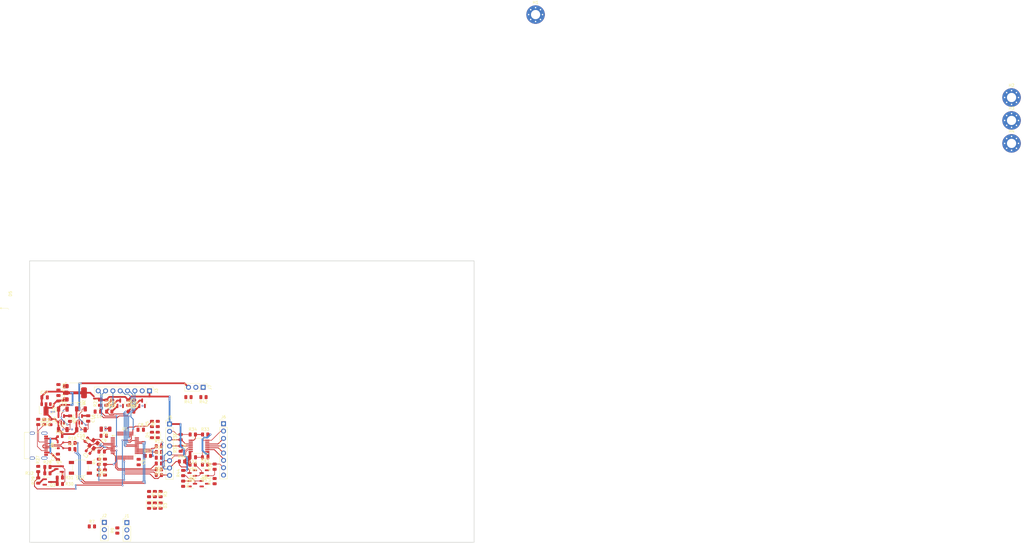
<source format=kicad_pcb>
(kicad_pcb (version 20240108) (generator "pcbnew") (generator_version "8.0")
  (layers (0 "F.Cu" signal) (31 "B.Cu" signal) (34 "B.Paste" user) (35 "F.Paste" user) (36 "B.SilkS" user "B.Silkscreen") (37 "F.SilkS" user "F.Silkscreen") (38 "B.Mask" user) (39 "F.Mask" user) (44 "Edge.Cuts" user))
  (net 0 "")
  (net 1 "+5V")
  (net 2 "GND")
  (net 3 "/Mcu/OSC_IN")
  (net 4 "/UsbAndPower/USB_VBUS")
  (net 5 "+3.3V")
  (net 6 "+1.8V")
  (net 7 "/Mcu/OSC_OUT")
  (net 8 "/Mcu/IF_RESET")
  (net 9 "Net-(D4-A)")
  (net 10 "/UsbAndPower/USB_D-")
  (net 11 "/UsbAndPower/USB_D+")
  (net 14 "Net-(J4-CC2)")
  (net 15 "Net-(J4-CC1)")
  (net 16 "Net-(U3-BP)")
  (net 17 "Net-(U4-BP)")
  (net 18 "Net-(Q4-G)")
  (net 19 "Net-(Q4-D)")
  (net 20 "+1.8V_LDO")
  (net 21 "/UsbAndPower/USB_CONNECT")
  (net 22 "Net-(D1-K)")
  (net 23 "Net-(D2-K)")
  (net 24 "Net-(D3-K)")
  (net 25 "/DebugAndUart/TARGET_SWDIO")
  (net 26 "/DebugAndUart/TARGET_1v8_SWDIO")
  (net 27 "Net-(D5-A)")
  (net 28 "/DebugAndUart/TARGET_1v8_SWCLK")
  (net 29 "/DebugAndUart/TARGET_1v8_RXD")
  (net 30 "/DebugAndUart/TARGET_RXD")
  (net 31 "/DebugAndUart/TARGET_TXD")
  (net 32 "Net-(D6-A)")
  (net 33 "/DebugAndUart/TARGET_SWCLK")
  (net 34 "/DebugAndUart/TARGET_1v8_TXD")
  (net 35 "Net-(D6-K)")
  (net 36 "/Mcu/IF_RXD")
  (net 37 "Net-(D7-K)")
  (net 38 "Net-(D7-A)")
  (net 39 "+1.8V_Target")
  (net 40 "/Mcu/BOOT1")
  (net 41 "/Mcu/BOOT0")
  (net 42 "Net-(Q1-G)")
  (net 43 "/Mcu/IF_SWDIO")
  (net 44 "Net-(Q2-G)")
  (net 45 "Net-(Q3-G)")
  (net 46 "Net-(Q3-D)")
  (net 47 "Net-(Q5-G)")
  (net 48 "Net-(Q5-D)")
  (net 49 "Net-(Q7-D)")
  (net 50 "Net-(Q7-G)")
  (net 51 "/Mcu/LED_nHID")
  (net 52 "/Mcu/LED_nCDC")
  (net 53 "/Mcu/LED_nMSC")
  (net 54 "/Mcu/LED_CONNECTED")
  (net 55 "/Mcu/IF_SWCLK")
  (net 56 "/Mcu/LED_RUNNING")
  (net 57 "Net-(U1-BOOT0)")
  (net 58 "Net-(U1-PB0)")
  (net 59 "Net-(U1-PB2)")
  (net 60 "Net-(U1-PB13)")
  (net 61 "Net-(U1-PB14)")
  (net 62 "Net-(U1-PB12)")
  (net 63 "/Mcu/IF_SWO")
  (net 64 "Net-(U1-PB15)")
  (net 65 "Net-(U1-PA2)")
  (net 66 "/Mcu/IF_TXD")
  (net 67 "/DebugAndUart/TARGET_1v8_RESET")
  (net 68 "/DebugAndUart/TARGET_1v8_SWO")
  (net 69 "/DebugAndUart/TARGET_SWO")
  (net 70 "/DebugAndUart/TARGET_RESET")
  (net 71 "Net-(U1-PA3)")
  (net 72 "Net-(U1-PA11)")
  (net 73 "Net-(U1-PA12)")
  (net 74 "Net-(U1-PA0)")
  (net 75 "Net-(U6-OE)")
  (footprint "Resistor_SMD:R_0805_2012Metric" (layer "F.Cu") (at 94.5 96.6 180)
    (property "Reference" "R39")
    (property "Value" "10K" (hide yes))
  )
  (footprint "MountingHole:MountingHole_3.2mm_M3_Pad_Via" (layer "F.Cu") (at 213.3 -59.33)
    (property "Reference" "H1")
    (property "Value" "M3-3.2mm")
  )
  (footprint "Resistor_SMD:R_0805_2012Metric" (layer "F.Cu") (at 72.2 75.125 -90)
    (property "Reference" "R22")
    (property "Value" "470R" (hide yes))
  )
  (footprint "Connector_PinHeader_2.54mm:PinHeader_1x08_P2.54mm_Vertical" (layer "F.Cu") (at 79.56 71.025 -90)
    (property "Reference" "J3")
    (property "Value" "Conn_01x08_Pin")
  )
  (footprint "Capacitor_SMD:C_0805_2012Metric" (layer "F.Cu") (at 76.5 84.5)
    (property "Reference" "C8")
    (property "Value" "0.1uF")
  )
  (footprint "Capacitor_SMD:C_0805_2012Metric" (layer "F.Cu") (at 98.8375 94.05 180)
    (property "Reference" "C22")
    (property "Value" "0.1uF")
  )
  (footprint "Resistor_SMD:R_0805_2012Metric" (layer "F.Cu") (at 78.975 93.55)
    (property "Reference" "R12")
    (property "Value" "100R" (hide yes))
  )
  (footprint "Package_SO:TSSOP-14_4.4x5mm_P0.65mm" (layer "F.Cu") (at 96.7 90.1 180)
    (property "Reference" "U6")
    (property "Value" "TXB0104PW")
  )
  (footprint "Package_TO_SOT_SMD:SOT-23-5" (layer "F.Cu") (at 48.9625 80.9125 90)
    (property "Reference" "U4")
    (property "Value" "RT9193-33GB")
  )
  (footprint "Capacitor_SMD:C_1206_3216Metric" (layer "F.Cu") (at 55.8 77.3)
    (property "Reference" "C18")
    (property "Value" "1uF 10V X7R")
  )
  (footprint "Connector_PinHeader_2.54mm:PinHeader_1x03_P2.54mm_Vertical" (layer "F.Cu") (at 63.9 116.595)
    (property "Reference" "J2")
    (property "Value" "Conn_01x03_Pin")
  )
  (footprint "Resistor_SMD:R_0805_2012Metric" (layer "F.Cu") (at 44.175 97.4)
    (property "Reference" "R28")
    (property "Value" "1.5K" (hide yes))
  )
  (footprint "LED_SMD:LED_0805_2012Metric" (layer "F.Cu") (at 83.4 110.8 -90)
    (property "Reference" "D3")
    (property "Value" "MSC")
  )
  (footprint "Connector_USB:USB_C_Receptacle_G-Switch_GT-USB-7010ASV" (layer "F.Cu") (at 40 90 -90)
    (property "Reference" "J4")
    (property "Value" "USB_C_Receptacle_USB2.0_16P")
  )
  (footprint "Capacitor_SMD:C_0805_2012Metric" (layer "F.Cu") (at 62 99.3 -90)
    (property "Reference" "C1")
    (property "Value" "0.1uF")
  )
  (footprint "Connector_PinHeader_2.54mm:PinHeader_1x03_P2.54mm_Vertical" (layer "F.Cu") (at 71.7 116.675)
    (property "Reference" "J1")
    (property "Value" "Conn_01x03_Pin")
  )
  (footprint "Resistor_SMD:R_0805_2012Metric" (layer "F.Cu") (at 102.1 102.3 90)
    (property "Reference" "R45")
    (property "Value" "4.7K" (hide yes))
  )
  (footprint "Package_TO_SOT_SMD:SOT-23" (layer "F.Cu") (at 44.1875 102.6)
    (property "Reference" "Q3")
    (property "Value" "SI2306")
  )
  (footprint "Resistor_SMD:R_0805_2012Metric" (layer "F.Cu") (at 59.5875 117.995)
    (property "Reference" "R7")
    (property "Value" "10k" (hide yes))
  )
  (footprint "Resistor_SMD:R_0805_2012Metric" (layer "F.Cu") (at 82.4 82.5 90)
    (property "Reference" "R6")
    (property "Value" "470R" (hide yes))
  )
  (footprint "Resistor_SMD:R_0805_2012Metric" (layer "F.Cu") (at 48.5 103.3)
    (property "Reference" "R30")
    (property "Value" "4.7k" (hide yes))
  )
  (footprint "Capacitor_SMD:C_0805_2012Metric" (layer "F.Cu") (at 75.8 95.7 -90)
    (property "Reference" "C5")
    (property "Value" "0.1uF")
  )
  (footprint "Resistor_SMD:R_0805_2012Metric" (layer "F.Cu") (at 62.4 75.125 90)
    (property "Reference" "R21")
    (property "Value" "10K" (hide yes))
  )
  (footprint "Resistor_SMD:R_0805_2012Metric" (layer "F.Cu") (at 62 95.6 90)
    (property "Reference" "R4")
    (property "Value" "10K" (hide yes))
  )
  (footprint "Resistor_SMD:R_0805_2012Metric" (layer "F.Cu") (at 65.6 78.225)
    (property "Reference" "R23")
    (property "Value" "100" (hide yes))
  )
  (footprint "Button_Switch_SMD:SW_SPST_SKQG_WithStem" (layer "F.Cu") (at 55.6 97.7 180)
    (property "Reference" "SW1")
    (property "Value" "SKQGAFE010")
  )
  (footprint "Resistor_SMD:R_0805_2012Metric" (layer "F.Cu") (at 90.8 95.5)
    (property "Reference" "R40")
    (property "Value" "10K" (hide yes))
  )
  (footprint "Resistor_SMD:R_0805_2012Metric" (layer "F.Cu") (at 40.9875 102.1 90)
    (property "Reference" "R29")
    (property "Value" "100R" (hide yes))
  )
  (footprint "Resistor_SMD:R_0805_2012Metric" (layer "F.Cu") (at 48.4875 101.1 180)
    (property "Reference" "R31")
    (property "Value" "100R" (hide yes))
  )
  (footprint "Package_TO_SOT_SMD:SOT-23" (layer "F.Cu") (at 69.4 75.325 90)
    (property "Reference" "Q2")
    (property "Value" "SI2306")
  )
  (footprint "Package_TO_SOT_SMD:SOT-23" (layer "F.Cu") (at 98.5625 103.2)
    (property "Reference" "Q8")
    (property "Value" "SI2306")
  )
  (footprint "Resistor_SMD:R_0805_2012Metric" (layer "F.Cu") (at 102.1 97.3 90)
    (property "Reference" "R38")
    (property "Value" "100R" (hide yes))
  )
  (footprint "Package_TO_SOT_SMD:SOT-89-3" (layer "F.Cu") (at 43.7 77.6 -90)
    (property "Reference" "U5")
    (property "Value" "HT75xx-1-SOT89" (hide yes))
  )
  (footprint "Resistor_SMD:R_0805_2012Metric" (layer "F.Cu") (at 98.24 73.2 180)
    (property "Reference" "R42")
    (property "Value" "0R" (hide yes))
  )
  (footprint "Resistor_SMD:R_0805_2012Metric" (layer "F.Cu") (at 82.8 92.2)
    (property "Reference" "R10")
    (property "Value" "22R" (hide yes))
  )
  (footprint "LED_SMD:LED_0805_2012Metric" (layer "F.Cu") (at 80.4 86.3 90)
    (property "Reference" "D4")
    (property "Value" "CONNECTED")
  )
  (footprint "LED_SMD:LED_0805_2012Metric" (layer "F.Cu") (at 74.2 75.125 90)
    (property "Reference" "D6")
    (property "Value" "TX")
  )
  (footprint "Package_TO_SOT_SMD:SOT-143" (layer "F.Cu") (at 48.7 89.9 90)
    (property "Reference" "D8")
    (property "Value" "PRTR5V0U2X")
  )
  (footprint "Capacitor_SMD:C_0805_2012Metric" (layer "F.Cu") (at 47.8 93.9 90)
    (property "Reference" "C11")
    (property "Value" "0.1uF" (hide yes))
  )
  (footprint "Capacitor_SMD:C_0805_2012Metric" (layer "F.Cu") (at 48 73.6 90)
    (property "Reference" "C12")
    (property "Value" "10uF 10V")
  )
  (footprint "Resistor_SMD:R_0805_2012Metric" (layer "F.Cu") (at 52.8 91.2)
    (property "Reference" "R17")
    (property "Value" "22R" (hide yes))
  )
  (footprint "Capacitor_SMD:C_0603_1608Metric" (layer "F.Cu") (at 58.2625 92.25 145)
    (property "Reference" "C3")
    (property "Value" "22pF")
  )
  (footprint "Package_TO_SOT_SMD:SOT-23" (layer "F.Cu") (at 94.3375 99.5 180)
    (property "Reference" "Q6")
    (property "Value" "SI2306")
  )
  (footprint "MountingHole:MountingHole_3.2mm_M3_Pad_Via" (layer "F.Cu") (at 378.2 -14.7)
    (property "Reference" "H4")
    (property "Value" "M3-3.2mm")
  )
  (footprint "LED_SMD:LED_0805_2012Metric" (layer "F.Cu") (at 82.4 86.3 90)
    (property "Reference" "D5")
    (property "Value" "RUNNING")
  )
  (footprint "Resistor_SMD:R_0805_2012Metric" (layer "F.Cu") (at 81.4 106.8 -90)
    (property "Reference" "R2")
    (property "Value" "1.5k" (hide yes))
  )
  (footprint "Connector_PinHeader_2.54mm:PinHeader_1x03_P2.54mm_Vertical" (layer "F.Cu") (at 98.14 69.8 -90)
    (property "Reference" "J7")
    (property "Value" "Conn_01x03_Pin")
  )
  (footprint "Capacitor_SMD:C_0805_2012Metric" (layer "F.Cu") (at 62.9625 92.05 180)
    (property "Reference" "C7")
    (property "Value" "0.1uF")
  )
  (footprint "Resistor_SMD:R_0805_2012Metric" (layer "F.Cu") (at 64.1 95.6 90)
    (property "Reference" "R18")
    (property "Value" "4.7K" (hide yes))
  )
  (footprint "Capacitor_SMD:C_0805_2012Metric" (layer "F.Cu") (at 94.5375 94.05)
    (property "Reference" "C23")
    (property "Value" "0.1uF")
  )
  (footprint "Inductor_SMD:L_0603_1608Metric" (layer "F.Cu") (at 48.5 86.9)
    (property "Reference" "FB1")
    (property "Value" "CBW160808U601T" (hide yes))
  )
  (footprint "Resistor_SMD:R_0805_2012Metric" (layer "F.Cu") (at 93.04 73.2 180)
    (property "Reference" "R41")
    (property "Value" "0R" (hide yes))
  )
  (footprint "Capacitor_SMD:C_0805_2012Metric" (layer "F.Cu") (at 63.7 86.6 180)
    (property "Reference" "C9")
    (property "Value" "0.1uF")
  )
  (footprint "Resistor_SMD:R_0805_2012Metric" (layer "F.Cu") (at 40.9875 98.1 -90)
    (property "Reference" "R27")
    (property "Value" "1.5K" (hide yes))
  )
  (footprint "MountingHole:MountingHole_3.2mm_M3_Pad_Via" (layer "F.Cu") (at 378.2 -22.65)
    (property "Reference" "H3")
    (property "Value" "M3-3.2mm")
  )
  (footprint "Package_TO_SOT_SMD:SOT-23-5" (layer "F.Cu") (at 55.2 80.9 90)
    (property "Reference" "U3")
    (property "Value" "RT9193-18GB")
  )
  (footprint "Resistor_SMD:R_0805_2012Metric" (layer "F.Cu") (at 44.175 99.6)
    (property "Reference" "R32")
    (property "Value" "1.5K" (hide yes))
  )
  (footprint "Resistor_SMD:R_0805_2012Metric" (layer "F.Cu") (at 90.3375 87.05 -90)
    (property "Reference" "R36")
    (property "Value" "100K" (hide yes))
  )
  (footprint "Package_TO_SOT_SMD:SOT-23" (layer "F.Cu") (at 94.3625 103.2)
    (property "Reference" "Q7")
    (property "Value" "SI2306")
  )
  (footprint "Resistor_SMD:R_0805_2012Metric" (layer "F.Cu") (at 79.4 106.8 -90)
    (property "Reference" "R1")
    (property "Value" "1.5k" (hide yes))
  )
  (footprint "Resistor_SMD:R_0805_2012Metric" (layer "F.Cu") (at 98.8375 86.15)
    (property "Reference" "R33")
    (property "Value" "10K" (hide yes))
  )
  (footprint "Capacitor_SMD:C_0805_2012Metric" (layer "F.Cu") (at 58.3 80.6 -90)
    (property "Reference" "C16")
    (property "Value" "22nF")
  )
  (footprint "LED_SMD:LED_0805_2012Metric" (layer "F.Cu") (at 81.4 110.8 -90)
    (property "Reference" "D2")
    (property "Value" "CDC")
  )
  (footprint "Resistor_SMD:R_0805_2012Metric" (layer "F.Cu") (at 83.4 106.8 -90)
    (property "Reference" "R3")
    (property "Value" "1.5k" (hide yes))
  )
  (footprint "Resistor_SMD:R_0805_2012Metric" (layer "F.Cu") (at 68.4 119.415 90)
    (property "Reference" "R9")
    (property "Value" "10k" (hide yes))
  )
  (footprint "LED_SMD:LED_0805_2012Metric" (layer "F.Cu") (at 79.4 110.8 -90)
    (property "Reference" "D1")
    (property "Value" "HID")
  )
  (footprint "Capacitor_SMD:C_0805_2012Metric" (layer "F.Cu") (at 48 69.8 90)
    (property "Reference" "C15")
    (property "Value" "10uF 6.3V")
  )
  (footprint "Capacitor_SMD:C_0805_2012Metric" (layer "F.Cu") (at 43.2 73.3)
    (property "Reference" "C21")
    (property "Value" "10uF 6.3V")
  )
  (footprint "Resistor_SMD:R_0805_2012Metric" (layer "F.Cu") (at 82.8 98.2 180)
    (property "Reference" "R14")
    (property "Value" "22R" (hide yes))
  )
  (footprint "Resistor_SMD:R_0805_2012Metric" (layer "F.Cu") (at 82.8 100.2)
    (property "Reference" "R8")
    (property "Value" "22R" (hide yes))
  )
  (footprint "Crystal:Crystal_SMD_3225-4Pin_3.2x2.5mm" (layer "F.Cu") (at 60.1625 89.55 55)
    (property "Reference" "Y1")
    (property "Value" "Crystal_GND24")
  )
  (footprint "Package_QFP:LQFP-48_7x7mm_P0.5mm" (layer "F.Cu") (at 71 90)
    (property "Reference" "U1")
    (property "Value" "STM32F103CBTx")
  )
  (footprint "Capacitor_SMD:C_0805_2012Metric" (layer "F.Cu") (at 61.65 78.225 180)
    (property "Reference" "C10")
    (property "Value" "0.1uF")
  )
  (footprint "Resistor_SMD:R_0805_2012Metric" (layer "F.Cu") (at 91.2 99.5 90)
    (property "Reference" "R44")
    (property "Value" "10K" (hide yes))
  )
  (footprint "Resistor_SMD:R_0805_2012Metric" (layer "F.Cu") (at 64.1 99.3 90)
    (property "Reference" "R19")
    (property "Value" "4.7K" (hide yes))
  )
  (footprint "Package_TO_SOT_SMD:SOT-23" (layer "F.Cu") (at 98.5375 99.5 180)
    (property "Reference" "Q5")
    (property "Value" "SI2306")
  )
  (footprint "Resistor_SMD:R_0805_2012Metric" (layer "F.Cu") (at 82.8 96.2 180)
    (property "Reference" "R15")
    (property "Value" "22R" (hide yes))
  )
  (footprint "Resistor_SMD:R_0805_2012Metric" (layer "F.Cu") (at 73.2 78.225)
    (property "Reference" "R20")
    (property "Value" "100" (hide yes))
  )
  (footprint "Resistor_SMD:R_0805_2012Metric" (layer "F.Cu") (at 64.6 75.125 -90)
    (property "Reference" "R24")
    (property "Value" "470R" (hide yes))
  )
  (footprint "Capacitor_SMD:C_1206_3216Metric" (layer "F.Cu") (at 49.5125 77.35)
    (property "Reference" "C19")
    (property "Value" "1uF 10V X7R")
  )
  (footprint "Resistor_SMD:R_0805_2012Metric" (layer "F.Cu") (at 94.5375 86.15)
    (property "Reference" "R34")
    (property "Value" "100K" (hide yes))
  )
  (footprint "Capacitor_SMD:C_1206_3216Metric" (layer "F.Cu") (at 64.3 84.3 180)
    (property "Reference" "C6")
    (property "Value" "1uF 10V X7R")
  )
  (footprint "Resistor_SMD:R_0805_2012Metric" (layer "F.Cu") (at 91.2 103.2 -90)
    (property "Reference" "R43")
    (property "Value" "100R" (hide yes))
  )
  (footprint "Package_TO_SOT_SMD:SOT-23" (layer "F.Cu") (at 77 75.325 90)
    (property "Reference" "Q1")
    (property "Value" "SI2306")
  )
  (footprint "Capacitor_SMD:C_0603_1608Metric" (layer "F.Cu") (at 57.6625 87.95 55)
    (property "Reference" "C2")
    (property "Value" "22pF")
  )
  (footprint "Resistor_SMD:R_0805_2012Metric" (layer "F.Cu") (at 82.8 94.2)
    (property "Reference" "R11")
    (property "Value" "22R" (hide yes))
  )
  (footprint "Connector_PinHeader_2.54mm:PinHeader_1x08_P2.54mm_Vertical" (layer "F.Cu") (at 105.2 82.425)
    (property "Reference" "J6")
    (property "Value" "Conn_01x08_Pin")
  )
  (footprint "Resistor_SMD:R_0805_2012Metric" (layer "F.Cu") (at 43.1 81.8 -90)
    (property "Reference" "R26")
    (property "Value" "5.1k" (hide yes))
  )
  (footprint "Capacitor_SMD:C_0805_2012Metric" (layer "F.Cu") (at 45.2 81.8 -90)
    (property "Reference" "C20")
    (property "Value" "10uF 10V")
  )
  (footprint "Connector_PinHeader_2.54mm:PinHeader_1x08_P2.54mm_Vertical" (layer "F.Cu") (at 86.5 82.525)
    (property "Reference" "J5")
    (property "Value" "Conn_01x08_Pin")
  )
  (footprint "Capacitor_SMD:C_1206_3216Metric" (layer "F.Cu") (at 49.5125 84.45)
    (property "Reference" "C14")
    (property "Value" "1uF 10V X7R")
  )
  (footprint "Capacitor_SMD:C_1206_3216Metric" (layer "F.Cu") (at 55.8 84.5)
    (property "Reference" "C13")
    (property "Value" "1uF 10V X7R")
  )
  (footprint "Package_TO_SOT_SMD:SOT-23" (layer "F.Cu") (at 48.225 98.1 180)
    (property "Reference" "Q4")
    (property "Value" "SI2301")
  )
  (footprint "Resistor_SMD:R_0805_2012Metric" (layer "F.Cu") (at 41 81.8 -90)
    (property "Reference" "R25")
    (property "Value" "5.1k" (hide yes))
  )
  (footprint "LED_SMD:LED_0805_2012Metric" (layer "F.Cu") (at 66.6 75.125 90)
    (property "Reference" "D7")
    (property "Value" "RX")
  )
  (footprint "MountingHole:MountingHole_3.2mm_M3_Pad_Via" (layer "F.Cu") (at 378.2 -30.6)
    (property "Reference" "H2")
    (property "Value" "M3-3.2mm")
  )
  (footprint "Resistor_SMD:R_0805_2012Metric" (layer "F.Cu") (at 82.8 90.2)
    (property "Reference" "R13")
    (property "Value" "100R" (hide yes))
  )
  (footprint "Resistor_SMD:R_0805_2012Metric" (layer "F.Cu") (at 80.4 82.5 90)
    (property "Reference" "R5")
    (property "Value" "470R" (hide yes))
  )
  (footprint "Resistor_SMD:R_0805_2012Metric" (layer "F.Cu") (at 98.8 96.6)
    (property "Reference" "R37")
    (property "Value" "4.7K" (hide yes))
  )
  (footprint "Capacitor_SMD:C_0805_2012Metric" (layer "F.Cu") (at 52.0125 80.65 -90)
    (property "Reference" "C17")
    (property "Value" "22nF")
  )
  (footprint "Package_TO_SOT_SMD:SOT-223-3_TabPin2" (layer "F.Cu") (at 53.7 71.7)
    (property "Reference" "U2")
    (property "Value" "LM1117MP-3.3")
  )
  (footprint "Resistor_SMD:R_0805_2012Metric" (layer "F.Cu") (at 52.8 89.1)
    (property "Reference" "R16")
    (property "Value" "22R" (hide yes))
  )
  (footprint "Resistor_SMD:R_0805_2012Metric" (layer "F.Cu") (at 90.3375 91.05 -90)
    (property "Reference" "R35")
    (property "Value" "100K" (hide yes))
  )
  (gr_line (start 44.975 99.6) (end 45.175 99.6) (stroke (width 0.3)) (layer "F.Cu") (net 19))
  (gr_line (start 57.6625 91.75) (end 58.6625 90.35) (stroke (width 0.3)) (layer "F.Cu") (net 2))
  (gr_line (start 61.6625 89.25) (end 61.4625 89.15) (stroke (width 0.2)) (layer "F.Cu") (net 2))
  (gr_rect (start 47.275 101.2) (end 47.875 103.1) (stroke (width 0.3)) (fill solid) (layer "F.Cu") (net 46))
  (gr_line (start 61.4625 89.15) (end 62.475 89.85) (stroke (width 0.2)) (layer "F.Cu") (net 2))
  (gr_line (start 57.2125 88.6) (end 58.7125 89.7) (stroke (width 0.3)) (layer "F.Cu") (net 2))
  (gr_line (start 58.1625 87.35) (end 59.575 88.35) (stroke (width 0.3)) (layer "F.Cu") (net 3))
  (gr_line (start 59.375 89.85) (end 60.875 89.25) (stroke (width 0.3)) (layer "F.Cu") (net 2))
  (gr_rect (start 99.4625 92.05) (end 100.1625 93.95) (stroke (width 0.2)) (fill solid) (layer "F.Cu") (net 6))
  (gr_line (start 58.9625 92.65) (end 60.0625 91.15) (stroke (width 0.3)) (layer "F.Cu") (net 7))
  (gr_rect (start 54 76.7) (end 55.4 77.9) (stroke (width 0.3)) (fill solid) (layer "F.Cu") (net 20))
  (gr_poly (pts (xy 92.7 96.6) (xy 93.7 96.6) (xy 93.7 93.3) (xy 93.3 93.3) (xy 91.7 94.9) (xy 91.7 95.6)) (stroke (width 0.2)) (fill solid) (layer "F.Cu") (net 5))
  (gr_rect (start 93.2375 92.05) (end 93.9375 93.85) (stroke (width 0.2)) (fill solid) (layer "F.Cu") (net 5))
  (gr_rect (start 48.4 74.2) (end 50.1 74.6) (stroke (width 0.3)) (fill solid) (layer "F.Cu") (net 1))
  (gr_line (start 45.075 99.3) (end 47.275 98.1) (stroke (width 0.6)) (layer "F.Cu") (net 19))
  (gr_line (start 62.275 90.15) (end 62.675 89.45) (stroke (width 0.3)) (layer "F.Cu") (net 2))
  (gr_line (start 27.8 42.4) (end 30.4 42.4) (stroke (width 0.1)) (layer "F.SilkS"))
  (gr_line (start 30.4 42.4) (end 30.8 42.8) (stroke (width 0.1)) (layer "F.SilkS"))
  (gr_line (start 27.8 42.4) (end 28.2 42.1) (stroke (width 0.1)) (layer "F.SilkS"))
  (gr_line (start 28.2 42.7) (end 28.2 42.1) (stroke (width 0.1)) (layer "F.SilkS"))
  (gr_line (start 27.8 42.4) (end 28.2 42.7) (stroke (width 0.1)) (layer "F.SilkS"))
  (gr_rect (start 38 26) (end 192 123.5) (stroke (width 0.2)) (fill none) (layer "Edge.Cuts"))
  (segment (start 43.7 75.7375) (end 43.7 78.7) (width 0.6) (layer "F.Cu") (net 1))
  (segment (start 53.3 86) (end 54.325 84.975) (width 0.6) (layer "F.Cu") (net 1))
  (segment (start 54.25 82.0375) (end 54.25 81.65) (width 0.2) (layer "F.Cu") (net 1))
  (segment (start 49.2875 85.7) (end 48.0375 84.45) (width 0.8) (layer "F.Cu") (net 1))
  (segment (start 48.0125 82.05) (end 48.0125 84.425) (width 0.6) (layer "F.Cu") (net 1))
  (segment (start 54.825 81.075) (end 55.575 81.075) (width 0.2) (layer "F.Cu") (net 1))
  (segment (start 43.7 78.7) (end 45.2 80.2) (width 0.6) (layer "F.Cu") (net 1))
  (segment (start 48.575 81.0875) (end 48.0125 81.65) (width 0.2) (layer "F.Cu") (net 1))
  (segment (start 43.7 75.83154) (end 43.7 75.7375) (width 0.6) (layer "F.Cu") (net 1))
  (segment (start 55.575 81.075) (end 56.15 81.65) (width 0.2) (layer "F.Cu") (net 1))
  (segment (start 45.8 76.9) (end 43.5 76.9) (width 0.6) (layer "F.Cu") (net 1))
  (segment (start 54.25 84.425) (end 54.325 84.5) (width 0.2) (layer "F.Cu") (net 1))
  (segment (start 49.35 81.0875) (end 48.575 81.0875) (width 0.2) (layer "F.Cu") (net 1))
  (segment (start 48.0125 81.65) (end 48.0125 82.05) (width 0.2) (layer "F.Cu") (net 1))
  (segment (start 45.2 80.2) (end 45.2 80.85) (width 0.6) (layer "F.Cu") (net 1))
  (segment (start 49.2875 86) (end 53.3 86) (width 0.6) (layer "F.Cu") (net 1))
  (segment (start 49.9125 81.65) (end 49.35 81.0875) (width 0.2) (layer "F.Cu") (net 1))
  (segment (start 48 74.55) (end 48 74.7) (width 0.6) (layer "F.Cu") (net 1))
  (segment (start 49.9125 82.05) (end 49.9125 81.65) (width 0.2) (layer "F.Cu") (net 1))
  (segment (start 47.45 74.55) (end 46.3 75.7) (width 0.6) (layer "F.Cu") (net 1))
  (segment (start 48 74.55) (end 47.45 74.55) (width 0.6) (layer "F.Cu") (net 1))
  (segment (start 54.25 81.65) (end 54.825 81.075) (width 0.2) (layer "F.Cu") (net 1))
  (segment (start 54.325 84.975) (end 54.325 84.5) (width 0.6) (layer "F.Cu") (net 1))
  (segment (start 46.3 75.7) (end 46.3 76.4) (width 0.6) (layer "F.Cu") (net 1))
  (segment (start 48.0125 82.05) (end 46.8125 80.85) (width 0.6) (layer "F.Cu") (net 1))
  (segment (start 49.2875 86.9) (end 49.2875 85.7) (width 0.8) (layer "F.Cu") (net 1))
  (segment (start 46.8125 80.85) (end 45.2 80.85) (width 0.6) (layer "F.Cu") (net 1))
  (segment (start 56.15 81.65) (end 56.15 82.0375) (width 0.2) (layer "F.Cu") (net 1))
  (segment (start 48.0125 84.425) (end 48.0375 84.45) (width 0.2) (layer "F.Cu") (net 1))
  (segment (start 46.3 76.4) (end 45.8 76.9) (width 0.6) (layer "F.Cu") (net 1))
  (segment (start 54.25 82.0375) (end 54.25 84.425) (width 0.6) (layer "F.Cu") (net 1))
  (segment (start 62.175 92.05) (end 63.675 90.55) (width 0.3) (layer "F.Cu") (net 2))
  (segment (start 89.0375 86.1375) (end 90.3375 86.1375) (width 0.2) (layer "F.Cu") (net 2))
  (segment (start 49.0125 78.95) (end 49.8125 78.15) (width 0.2) (layer "F.Cu") (net 2))
  (segment (start 49.8125 78.15) (end 49.8125 77.65) (width 0.2) (layer "F.Cu") (net 2))
  (segment (start 99.5625 88.15) (end 101.05 88.15) (width 0.2) (layer "F.Cu") (net 2))
  (segment (start 51.9125 84.45) (end 50.9875 84.45) (width 0.2) (layer "F.Cu") (net 2))
  (segment (start 64.1625 90.55) (end 64.871295 90.55) (width 0.3) (layer "F.Cu") (net 2))
  (segment (start 50.9875 84.45) (end 50.4125 84.45) (width 0.2) (layer "F.Cu") (net 2))
  (segment (start 58.3 82.8625) (end 57.45 82.8625) (width 0.2) (layer "F.Cu") (net 2))
  (segment (start 87.965 85.065) (end 89.0375 86.1375) (width 0.2) (layer "F.Cu") (net 2))
  (segment (start 56.4125 77.3) (end 57.275 77.3) (width 0.2) (layer "F.Cu") (net 2))
  (segment (start 58.3 81.55) (end 58.3 82.8625) (width 0.2) (layer "F.Cu") (net 2))
  (segment (start 55.15 79.1625) (end 56.15 78.1625) (width 0.2) (layer "F.Cu") (net 2))
  (segment (start 56.3875 84.5) (end 57.275 84.5) (width 0.2) (layer "F.Cu") (net 2))
  (segment (start 62.0125 92.05) (end 62.175 92.05) (width 0.3) (layer "F.Cu") (net 2))
  (segment (start 98.35 88.15) (end 97.8875 88.6125) (width 0.2) (layer "F.Cu") (net 2))
  (segment (start 52.0125 81.6) (end 52.0125 82.75) (width 0.2) (layer "F.Cu") (net 2))
  (segment (start 55.2 83.3125) (end 56.3875 84.5) (width 0.2) (layer "F.Cu") (net 2))
  (segment (start 64.871295 90.55) (end 65.071295 90.75) (width 0.3) (layer "F.Cu") (net 2))
  (segment (start 49.8125 77.65) (end 50.1125 77.35) (width 0.2) (layer "F.Cu") (net 2))
  (segment (start 58.3 84.2125) (end 58.0125 84.5) (width 0.2) (layer "F.Cu") (net 2))
  (segment (start 52.0125 82.75) (end 52.0125 84.35) (width 0.2) (layer "F.Cu") (net 2))
  (segment (start 56.5125 87.879365) (end 57.217978 88.584843) (width 0.2) (layer "F.Cu") (net 2))
  (segment (start 56.15 77.5625) (end 56.4125 77.3) (width 0.2) (layer "F.Cu") (net 2))
  (segment (start 95.4875 94.05) (end 97.8875 94.05) (width 0.2) (layer "F.Cu") (net 2))
  (segment (start 49.0125 80.25) (end 49.0125 78.95) (width 0.2) (layer "F.Cu") (net 2))
  (segment (start 48.9625 83) (end 48.9625 82.05) (width 0.2) (layer "F.Cu") (net 2))
  (segment (start 97.8875 88.6125) (end 97.8875 94.05) (width 0.2) (layer "F.Cu") (net 2))
  (segment (start 52.0125 84.35) (end 51.9125 84.45) (width 0.2) (layer "F.Cu") (net 2))
  (segment (start 65.071295 90.75) (end 66.8375 90.75) (width 0.3) (layer "F.Cu") (net 2))
  (segment (start 90.35 86.15) (end 90.3375 86.1375) (width 0.2) (layer "F.Cu") (net 2))
  (segment (start 101.05 88.15) (end 104.135 85.065) (width 0.2) (layer "F.Cu") (net 2))
  (segment (start 93.625 86.15) (end 90.35 86.15) (width 0.2) (layer "F.Cu") (net 2))
  (segment (start 86.5 85.065) (end 87.965 85.065) (width 0.2) (layer "F.Cu") (net 2))
  (segment (start 58.3 82.8625) (end 58.3 84.2125) (width 0.2) (layer "F.Cu") (net 2))
  (segment (start 50.4125 84.45) (end 48.9625 83) (width 0.2) (layer "F.Cu") (net 2))
  (segment (start 63.675 90.55) (end 64.1625 90.55) (width 0.3) (layer "F.Cu") (net 2))
  (segment (start 55.2 82.0375) (end 55.2 83.3125) (width 0.2) (layer "F.Cu") (net 2))
  (segment (start 58.0125 84.5) (end 57.275 84.5) (width 0.2) (layer "F.Cu") (net 2))
  (segment (start 52.0125 82.75) (end 51.1125 82.75) (width 0.2) (layer "F.Cu") (net 2))
  (segment (start 104.135 85.065) (end 104.935 85.065) (width 0.2) (layer "F.Cu") (net 2))
  (segment (start 55.15 80.2625) (end 55.15 79.1625) (width 0.2) (layer "F.Cu") (net 2))
  (segment (start 99.5625 88.15) (end 98.35 88.15) (width 0.2) (layer "F.Cu") (net 2))
  (segment (start 56.15 78.1625) (end 56.15 77.5625) (width 0.2) (layer "F.Cu") (net 2))
  (segment (start 50.1125 77.35) (end 50.9875 77.35) (width 0.2) (layer "F.Cu") (net 2))
  (via (at 45.6 78.3) (size 0.6) (drill 0.3) (layers "F.Cu" "B.Cu") (net 2))
  (via (at 62.275 90.1) (size 0.6) (drill 0.3) (layers "F.Cu" "B.Cu") (net 2))
  (via (at 51.1125 82.75) (size 0.6) (drill 0.3) (layers "F.Cu" "B.Cu") (net 2))
  (via (at 55.8 84.5) (size 0.6) (drill 0.3) (layers "F.Cu" "B.Cu") (net 2))
  (via (at 55.15 80.2625) (size 0.6) (drill 0.3) (layers "F.Cu" "B.Cu") (net 2))
  (via (at 57.45 82.8625) (size 0.6) (drill 0.3) (layers "F.Cu" "B.Cu") (net 2))
  (via (at 49.0125 80.25) (size 0.6) (drill 0.3) (layers "F.Cu" "B.Cu") (net 2))
  (via (at 77.1 76.225) (size 0.6) (drill 0.3) (layers "F.Cu" "B.Cu") (net 2))
  (via (at 69.5 76.225) (size 0.6) (drill 0.3) (layers "F.Cu" "B.Cu") (net 2))
  (via (at 49.5125 84.45) (size 0.6) (drill 0.3) (layers "F.Cu" "B.Cu") (net 2))
  (via (at 49.7 78) (size 0.6) (drill 0.3) (layers "F.Cu" "B.Cu") (net 2))
  (via (at 46.5 78.3) (size 0.6) (drill 0.3) (layers "F.Cu" "B.Cu") (net 2))
  (via (at 52.7 84.4) (size 0.6) (drill 0.3) (layers "F.Cu" "B.Cu") (net 2))
  (via (at 64.1625 90.55) (size 0.6) (drill 0.3) (layers "F.Cu" "B.Cu") (net 2))
  (via (at 62.675 89.45) (size 0.6) (drill 0.3) (layers "F.Cu" "B.Cu") (net 2))
  (segment (start 63.76875 90.55) (end 64.1625 90.55) (width 0.3) (layer "B.Cu") (net 2))
  (segment (start 57.45 82.8625) (end 55.15 80.5625) (width 0.2) (layer "B.Cu") (net 2))
  (segment (start 49.0125 80.65) (end 51.1125 82.75) (width 0.2) (layer "B.Cu") (net 2))
  (segment (start 55.15 80.5625) (end 55.15 80.2625) (width 0.2) (layer "B.Cu") (net 2))
  (segment (start 49.0125 80.25) (end 49.0125 80.65) (width 0.2) (layer "B.Cu") (net 2))
  (segment (start 62.275 90.1) (end 63.31875 90.1) (width 0.3) (layer "B.Cu") (net 2))
  (segment (start 63.31875 90.1) (end 63.76875 90.55) (width 0.3) (layer "B.Cu") (net 2))
  (segment (start 62.21875 87.85) (end 63.61875 89.25) (width 0.3) (layer "F.Cu") (net 3))
  (segment (start 60.408548 87.85) (end 62.21875 87.85) (width 0.3) (layer "F.Cu") (net 3))
  (segment (start 60.097155 88.161393) (end 60.408548 87.85) (width 0.3) (layer "F.Cu") (net 3))
  (segment (start 63.61875 89.25) (end 66.8375 89.25) (width 0.3) (layer "F.Cu") (net 3))
  (segment (start 47.0125 87.6) (end 47.7125 86.9) (width 0.6) (layer "F.Cu") (net 4))
  (segment (start 45.2 92.4) (end 43.725 92.4) (width 0.6) (layer "F.Cu") (net 4))
  (segment (start 47.0125 87.6) (end 47.75 88.3375) (width 0.6) (layer "F.Cu") (net 4))
  (segment (start 45.2 87.6) (end 47.0125 87.6) (width 0.6) (layer "F.Cu") (net 4))
  (segment (start 47.75 88.3375) (end 47.75 88.9) (width 0.6) (layer "F.Cu") (net 4))
  (segment (start 43.725 87.6) (end 45.2 87.6) (width 0.6) (layer "F.Cu") (net 4))
  (segment (start 47.65 94.85) (end 47.8 94.85) (width 0.6) (layer "F.Cu") (net 4))
  (segment (start 45.2 92.4) (end 47.65 94.85) (width 0.6) (layer "F.Cu") (net 4))
  (segment (start 47.75 88.9) (end 47.75 88.75) (width 0.2) (layer "F.Cu") (net 4))
  (via (at 45.2 92.4) (size 0.6) (drill 0.3) (layers "F.Cu" "B.Cu") (net 4))
  (via (at 45.2 87.6) (size 0.6) (drill 0.3) (layers "F.Cu" "B.Cu") (net 4))
  (segment (start 45.2 87.6) (end 45.2 92.4) (width 0.6) (layer "B.Cu") (net 4))
  (segment (start 50.15 71.3) (end 50.55 71.7) (width 0.6) (layer "F.Cu") (net 5))
  (segment (start 61.8 73.7) (end 62.875 73.7) (width 0.6) (layer "F.Cu") (net 5))
  (segment (start 42.2 75.65) (end 42.2 73.35) (width 0.6) (layer "F.Cu") (net 5))
  (segment (start 90.97255 91.32745) (end 90.3375 91.9625) (width 0.6) (layer "F.Cu") (net 5))
  (segment (start 48.0125 79.775) (end 48.0125 77.375) (width 0.6) (layer "F.Cu") (net 5))
  (segment (start 59 71.7) (end 60.275 72.975) (width 0.6) (layer "F.Cu") (net 5))
  (segment (start 79.5 73) (end 86.5 73) (width 0.6) (layer "F.Cu") (net 5))
  (segment (start 62.875 73.7) (end 63.3875 74.2125) (width 0.6) (layer "F.Cu") (net 5))
  (segment (start 42.25 73.3) (end 42.25 72.85) (width 0.6) (layer "F.Cu") (net 5))
  (segment (start 43.8 71.3) (end 50.15 71.3) (width 0.6) (layer "F.Cu") (net 5))
  (segment (start 48.0375 79.75) (end 48.0125 79.775) (width 0.2) (layer "F.Cu") (net 5))
  (segment (start 90.425 92.05) (end 90.3375 91.9625) (width 0.2) (layer "F.Cu") (net 5))
  (segment (start 45.3375 97.15) (end 45.0875 97.4) (width 0.2) (layer "F.Cu") (net 5))
  (segment (start 60.275 73.7) (end 61.8 73.7) (width 0.6) (layer "F.Cu") (net 5))
  (segment (start 42.2 73.35) (end 42.25 73.3) (width 0.2) (layer "F.Cu") (net 5))
  (segment (start 79.56 71.025) (end 79.56 72.94) (width 0.6) (layer "F.Cu") (net 5))
  (segment (start 53.7 71.7) (end 56.85 71.7) (width 0.6) (layer "F.Cu") (net 5))
  (segment (start 91.7125 95.7125) (end 92.6 96.6) (width 0.6) (layer "F.Cu") (net 5))
  (segment (start 50.2125 98.2) (end 49.1625 97.15) (width 0.2) (layer "F.Cu") (net 5))
  (segment (start 49.1625 97.15) (end 45.3375 97.15) (width 0.6) (layer "F.Cu") (net 5))
  (segment (start 79.6 70.565) (end 79.56 70.525) (width 0.6) (layer "F.Cu") (net 5))
  (segment (start 50.2125 102.5) (end 50.2125 98.2) (width 0.2) (layer "F.Cu") (net 5))
  (segment (start 90.3 82.525) (end 90.3 83.1) (width 0.6) (layer "F.Cu") (net 5))
  (segment (start 72.2 74.2125) (end 72.2 74.10625) (width 0.6) (layer "F.Cu") (net 5))
  (segment (start 73.30625 73) (end 79.5 73) (width 0.6) (layer "F.Cu") (net 5))
  (segment (start 86.5 73.6) (end 86.5 73) (width 0.6) (layer "F.Cu") (net 5))
  (segment (start 86.5 74.2) (end 86.5 73.6) (width 0.6) (layer "F.Cu") (net 5))
  (segment (start 63.3875 74.2125) (end 64.6 74.2125) (width 0.6) (layer "F.Cu") (net 5))
  (segment (start 65.6 73.125) (end 71.1125 73.125) (width 0.6) (layer "F.Cu") (net 5))
  (segment (start 92.4 98.6) (end 91.2125 98.6) (width 0.6) (layer "F.Cu") (net 5))
  (segment (start 64.6 74.125) (end 65.6 73.125) (width 0.6) (layer "F.Cu") (net 5))
  (segment (start 91.5 91.32745) (end 90.97255 91.32745) (width 0.6) (layer "F.Cu") (net 5))
  (segment (start 79.56 72.94) (end 79.5 73) (width 0.6) (layer "F.Cu") (net 5))
  (segment (start 86.5 82.525) (end 90.3 82.525) (width 0.6) (layer "F.Cu") (net 5))
  (segment (start 91.2125 98.6) (end 91.2 98.5875) (width 0.6) (layer "F.Cu") (net 5))
  (segment (start 48.0125 77.375) (end 48.0375 77.35) (width 0.2) (layer "F.Cu") (net 5))
  (segment (start 72.2 74.10625) (end 73.30625 73) (width 0.6) (layer "F.Cu") (net 5))
  (segment (start 92.6 96.6) (end 93.5875 96.6) (width 0.6) (layer "F.Cu") (net 5))
  (segment (start 42.25 72.85) (end 43.8 71.3) (width 0.6) (layer "F.Cu") (net 5))
  (segment (start 66.8375 91.25) (end 64.7125 91.25) (width 0.3) (layer "F.Cu") (net 5))
  (segment (start 71.1125 73.125) (end 72.2 74.2125) (width 0.6) (layer "F.Cu") (net 5))
  (segment (start 48.9 75.9) (end 52.9 75.9) (width 0.6) (layer "F.Cu") (net 5))
  (segment (start 56.85 71.7) (end 50.55 71.7) (width 1) (layer "F.Cu") (net 5))
  (segment (start 65 84.1125) (end 66 84.1125) (width 0.6) (layer "F.Cu") (net 5))
  (segment (start 66 84.1125) (end 66.05 84.0625) (width 0.6) (layer "F.Cu") (net 5))
  (segment (start 64.6 74.2125) (end 64.6 74.125) (width 0.6) (layer "F.Cu") (net 5))
  (segment (start 91.7125 95.5) (end 91.7125 95.7125) (width 0.6) (layer "F.Cu") (net 5))
  (segment (start 49.4125 103.3) (end 50.2125 102.5) (width 0.2) (layer "F.Cu") (net 5))
  (segment (start 48.0375 76.7625) (end 48.9 75.9) (width 0.6) (layer "F.Cu") (net 5))
  (segment (start 64.3 84.6) (end 64.3 83.6) (width 0.6) (layer "F.Cu") (net 5))
  (segment (start 48.0375 77.35) (end 48.0375 76.7625) (width 0.6) (layer "F.Cu") (net 5))
  (segment (start 64.7125 91.25) (end 63.9125 92.05) (width 0.3) (layer "F.Cu") (net 5))
  (segment (start 56.85 71.7) (end 59 71.7) (width 0.6) (layer "F.Cu") (net 5))
  (via (at 90.3 82.525) (size 0.6) (drill 0.3) (layers "F.Cu" "B.Cu") (net 5))
  (via (at 92.4 98.6) (size 0.6) (drill 0.3) (layers "F.Cu" "B.Cu") (net 5))
  (via (at 52.3 75.9) (size 0.6) (drill 0.3) (layers "F.Cu" "B.Cu") (net 5))
  (via (at 91.5 91.32745) (size 0.6) (drill 0.3) (layers "F.Cu" "B.Cu") (net 5))
  (via (at 52.9 75.9) (size 0.6) (drill 0.3) (layers "F.Cu" "B.Cu") (net 5))
  (via (at 64.3 83.6) (size 0.6) (drill 0.3) (layers "F.Cu" "B.Cu") (net 5))
  (via (at 92.6 94.9) (size 0.6) (drill 0.3) (layers "F.Cu" "B.Cu") (net 5))
  (via (at 64.3 84.6) (size 0.6) (drill 0.3) (layers "F.Cu" "B.Cu") (net 5))
  (via (at 52.3 71.7) (size 0.6) (drill 0.3) (layers "F.Cu" "B.Cu") (net 5))
  (via (at 92.6 95.5) (size 0.6) (drill 0.3) (layers "F.Cu" "B.Cu") (net 5))
  (via (at 52.9 71.7) (size 0.6) (drill 0.3) (layers "F.Cu" "B.Cu") (net 5))
  (via (at 86.5 74.2) (size 0.6) (drill 0.3) (layers "F.Cu" "B.Cu") (net 5))
  (via (at 86.5 73.6) (size 0.6) (drill 0.3) (layers "F.Cu" "B.Cu") (net 5))
  (via (at 92.6 94.3) (size 0.6) (drill 0.3) (layers "F.Cu" "B.Cu") (net 5))
  (via (at 86.5 73) (size 0.6) (drill 0.3) (layers "F.Cu" "B.Cu") (net 5))
  (via (at 90.3 83.1) (size 0.6) (drill 0.3) (layers "F.Cu" "B.Cu") (net 5))
  (segment (start 86.5 73) (end 86.5 82.525) (width 0.6) (layer "B.Cu") (net 5))
  (segment (start 90.3 90.12745) (end 90.3 82.525) (width 0.6) (layer "B.Cu") (net 5))
  (segment (start 91.5 93.2) (end 92.6 94.3) (width 0.6) (layer "B.Cu") (net 5))
  (segment (start 52.3 71.7) (end 52.9 71.7) (width 0.6) (layer "B.Cu") (net 5))
  (segment (start 52.3 75.9) (end 52.9 75.9) (width 0.6) (layer "B.Cu") (net 5))
  (segment (start 91.5 91.32745) (end 91.5 93.2) (width 0.6) (layer "B.Cu") (net 5))
  (segment (start 92.4 98.6) (end 92.6 98.4) (width 0.6) (layer "B.Cu") (net 5))
  (segment (start 91.5 91.32745) (end 90.3 90.12745) (width 0.6) (layer "B.Cu") (net 5))
  (segment (start 92.6 94.3) (end 92.6 94.9) (width 0.6) (layer "B.Cu") (net 5))
  (segment (start 92.6 98.4) (end 92.6 94.9) (width 0.6) (layer "B.Cu") (net 5))
  (segment (start 52.9 75.9) (end 52.9 71.7) (width 0.6) (layer "B.Cu") (net 5))
  (segment (start 90.4 82.625) (end 90.3 82.525) (width 0.3) (layer "B.Cu") (net 5))
  (segment (start 100.65 86.15) (end 99.75 86.15) (width 0.6) (layer "F.Cu") (net 6))
  (via (at 99.8 92.8) (size 0.6) (drill 0.3) (layers "F.Cu" "B.Cu") (net 6))
  (via (at 100.65 86.15) (size 0.6) (drill 0.3) (layers "F.Cu" "B.Cu") (net 6))
  (segment (start 99 92.8) (end 99.8 92.8) (width 0.6) (layer "B.Cu") (net 6))
  (segment (start 99.6 87.2) (end 98.5 87.2) (width 0.6) (layer "B.Cu") (net 6))
  (segment (start 98.5 87.2) (end 97.9 87.8) (width 0.6) (layer "B.Cu") (net 6))
  (segment (start 100.65 86.15) (end 99.6 87.2) (width 0.6) (layer "B.Cu") (net 6))
  (segment (start 97.9 91.7) (end 99 92.8) (width 0.6) (layer "B.Cu") (net 6))
  (segment (start 97.9 87.8) (end 97.9 91.7) (width 0.6) (layer "B.Cu") (net 6))
  (segment (start 62.575 90.75) (end 60.416452 90.75) (width 0.3) (layer "F.Cu") (net 7))
  (segment (start 66.8375 89.75) (end 63.575 89.75) (width 0.3) (layer "F.Cu") (net 7))
  (segment (start 63.575 89.75) (end 62.575 90.75) (width 0.3) (layer "F.Cu") (net 7))
  (segment (start 60.416452 90.75) (end 60.227845 90.938607) (width 0.3) (layer "F.Cu") (net 7))
  (segment (start 68 79.775) (end 64.15 79.775) (width 0.3) (layer "F.Cu") (net 8))
  (segment (start 64.15 79.775) (end 62.6 78.225) (width 0.3) (layer "F.Cu") (net 8))
  (segment (start 62.6 77.025) (end 62.6 78.225) (width 0.6) (layer "F.Cu") (net 8))
  (segment (start 66.8375 90.25) (end 68.1 90.25) (width 0.3) (layer "F.Cu") (net 8))
  (segment (start 68.1 79.675) (end 68 79.775) (width 0.3) (layer "F.Cu") (net 8))
  (via (at 68.1 90.25) (size 0.6) (drill 0.3) (layers "F.Cu" "B.Cu") (net 8))
  (via (at 62.6 77.025) (size 0.6) (drill 0.3) (layers "F.Cu" "B.Cu") (net 8))
  (via (at 68.1 79.675) (size 0.6) (drill 0.3) (layers "F.Cu" "B.Cu") (net 8))
  (segment (start 62.6 77.025) (end 62.6 71.845) (width 0.3) (layer "B.Cu") (net 8))
  (segment (start 62.6 71.845) (end 61.78 71.025) (width 0.3) (layer "B.Cu") (net 8))
  (segment (start 68.1 79.675) (end 68.1 90.25) (width 0.3) (layer "B.Cu") (net 8))
  (segment (start 43.725 90.25) (end 44.7 90.25) (width 0.3) (layer "F.Cu") (net 10))
  (segment (start 51.6875 88.9) (end 51.8875 89.1) (width 0.3) (layer "F.Cu") (net 10))
  (segment (start 45.25 89.7) (end 48.85 89.7) (width 0.3) (layer "F.Cu") (net 10))
  (segment (start 44.8 89.25) (end 45.25 89.7) (width 0.3) (layer "F.Cu") (net 10))
  (segment (start 49.65 88.9) (end 51.6875 88.9) (width 0.3) (layer "F.Cu") (net 10))
  (segment (start 44.7 90.25) (end 45.25 89.7) (width 0.3) (layer "F.Cu") (net 10))
  (segment (start 43.725 89.25) (end 44.8 89.25) (width 0.3) (layer "F.Cu") (net 10))
  (segment (start 48.85 89.7) (end 49.65 88.9) (width 0.3) (layer "F.Cu") (net 10))
  (segment (start 42.6 90.005) (end 42.6 90.5) (width 0.3) (layer "F.Cu") (net 11))
  (segment (start 48.95 90.2) (end 49.65 90.9) (width 0.3) (layer "F.Cu") (net 11))
  (segment (start 51.5875 90.9) (end 51.8875 91.2) (width 0.3) (layer "F.Cu") (net 11))
  (segment (start 42.6 90.5) (end 42.85 90.75) (width 0.3) (layer "F.Cu") (net 11))
  (segment (start 42.855 89.75) (end 42.6 90.005) (width 0.3) (layer "F.Cu") (net 11))
  (segment (start 49.65 90.9) (end 51.5875 90.9) (width 0.3) (layer "F.Cu") (net 11))
  (segment (start 45.5 90.2) (end 48.95 90.2) (width 0.3) (layer "F.Cu") (net 11))
  (segment (start 43.725 89.75) (end 42.855 89.75) (width 0.3) (layer "F.Cu") (net 11))
  (segment (start 43.2625 99.6) (end 43.2625 97.4) (width 0.6) (layer "F.Cu") (net 11))
  (segment (start 43.725 90.75) (end 44.95 90.75) (width 0.3) (layer "F.Cu") (net 11))
  (segment (start 44.95 90.75) (end 45.5 90.2) (width 0.3) (layer "F.Cu") (net 11))
  (segment (start 42.85 90.75) (end 43.725 90.75) (width 0.3) (layer "F.Cu") (net 11))
  (segment (start 40.7 90.3) (end 40.7 83.0125) (width 0.2) (layer "F.Cu") (net 14))
  (segment (start 43.725 91.75) (end 42.15 91.75) (width 0.2) (layer "F.Cu") (net 14))
  (segment (start 42.15 91.75) (end 40.7 90.3) (width 0.2) (layer "F.Cu") (net 14))
  (segment (start 40.7 83.0125) (end 41 82.7125) (width 0.2) (layer "F.Cu") (net 14))
  (segment (start 43.725 88.75) (end 41.35 88.75) (width 0.2) (layer "F.Cu") (net 15))
  (segment (start 41.1 84.7125) (end 43.1 82.7125) (width 0.2) (layer "F.Cu") (net 15))
  (segment (start 41.1 88.5) (end 41.1 84.7125) (width 0.2) (layer "F.Cu") (net 15))
  (segment (start 41.35 88.75) (end 41.1 88.5) (width 0.2) (layer "F.Cu") (net 15))
  (segment (start 56.2625 79.65) (end 56.15 79.7625) (width 0.2) (layer "F.Cu") (net 16))
  (segment (start 58.3 79.65) (end 56.2625 79.65) (width 0.6) (layer "F.Cu") (net 16))
  (segment (start 49.9875 79.7) (end 49.9125 79.775) (width 0.2) (layer "F.Cu") (net 17))
  (segment (start 52.0125 79.7) (end 49.9875 79.7) (width 0.6) (layer "F.Cu") (net 17))
  (segment (start 49.4 99.2875) (end 49.1625 99.05) (width 0.2) (layer "F.Cu") (net 18))
  (segment (start 49.4 101.1) (end 49.4 99.2875) (width 0.6) (layer "F.Cu") (net 18))
  (segment (start 55.8 68.4) (end 91.66 68.4) (width 0.6) (layer "F.Cu") (net 20))
  (segment (start 91.66 68.4) (end 93.06 69.8) (width 0.6) (layer "F.Cu") (net 20))
  (segment (start 54.25 79.7625) (end 54.25 77.375) (width 0.6) (layer "F.Cu") (net 20))
  (segment (start 55.2 68.4) (end 55.8 68.4) (width 0.6) (layer "F.Cu") (net 20))
  (segment (start 54.25 77.375) (end 54.325 77.3) (width 0.2) (layer "F.Cu") (net 20))
  (via (at 55.2 77) (size 0.6) (drill 0.3) (layers "F.Cu" "B.Cu") (net 20))
  (via (at 55.2 68.4) (size 0.6) (drill 0.3) (layers "F.Cu" "B.Cu") (net 20))
  (via (at 55.2 77.6) (size 0.6) (drill 0.3) (layers "F.Cu" "B.Cu") (net 20))
  (via (at 55.8 68.4) (size 0.6) (drill 0.3) (layers "F.Cu" "B.Cu") (net 20))
  (segment (start 55.2 77.6) (end 55.2 68.4) (width 0.6) (layer "B.Cu") (net 20))
  (segment (start 40.6 105) (end 39.7 104.1) (width 0.3) (layer "F.Cu") (net 21))
  (segment (start 54 105) (end 40.6 105) (width 0.3) (layer "F.Cu") (net 21))
  (segment (start 39.7 102.475) (end 40.9875 101.1875) (width 0.3) (layer "F.Cu") (net 21))
  (segment (start 40.9875 99.0125) (end 40.9875 101.1875) (width 0.6) (layer "F.Cu") (net 21))
  (segment (start 39.7 104.1) (end 39.7 102.475) (width 0.3) (layer "F.Cu") (net 21))
  (segment (start 70.15 88.15) (end 72.842894 88.15) (width 0.3) (layer "F.Cu") (net 21))
  (segment (start 73.25 87.742894) (end 73.25 85.8375) (width 0.3) (layer "F.Cu") (net 21))
  (segment (start 72.842894 88.15) (end 73.25 87.742894) (width 0.3) (layer "F.Cu") (net 21))
  (segment (start 70.1 103.7) (end 54 103.7) (width 0.3) (layer "F.Cu") (net 21))
  (segment (start 70.2 103.8) (end 70.1 103.7) (width 0.3) (layer "F.Cu") (net 21))
  (via (at 54 103.7) (size 0.6) (drill 0.3) (layers "F.Cu" "B.Cu") (net 21))
  (via (at 54 105) (size 0.6) (drill 0.3) (layers "F.Cu" "B.Cu") (net 21))
  (via (at 70.15 88.15) (size 0.6) (drill 0.3) (layers "F.Cu" "B.Cu") (net 21))
  (via (at 70.2 103.8) (size 0.6) (drill 0.3) (layers "F.Cu" "B.Cu") (net 21))
  (segment (start 54 105) (end 54 103.7) (width 0.3) (layer "B.Cu") (net 21))
  (segment (start 70.2 103.8) (end 70.15 103.75) (width 0.3) (layer "B.Cu") (net 21))
  (segment (start 70.15 103.75) (end 70.15 88.15) (width 0.3) (layer "B.Cu") (net 21))
  (segment (start 90.375 90.1) (end 90.3375 90.1375) (width 0.3) (layer "F.Cu") (net 25))
  (segment (start 93.8375 90.1) (end 90.375 90.1) (width 0.3) (layer "F.Cu") (net 25))
  (segment (start 90.3375 90.1375) (end 86.5075 90.1375) (width 0.3) (layer "F.Cu") (net 25))
  (segment (start 86.5 90.145) (end 86.5 90.4) (width 0.3) (layer "F.Cu") (net 25))
  (segment (start 86.5075 90.1375) (end 86.5 90.145) (width 0.3) (layer "F.Cu") (net 25))
  (segment (start 99.5625 90.1) (end 105.145 90.1) (width 0.3) (layer "F.Cu") (net 26))
  (segment (start 105.145 90.1) (end 105.2 90.045) (width 0.3) (layer "F.Cu") (net 26))
  (segment (start 103.255 89.45) (end 105.2 87.505) (width 0.3) (layer "F.Cu") (net 28))
  (segment (start 99.5625 89.45) (end 103.255 89.45) (width 0.3) (layer "F.Cu") (net 28))
  (segment (start 99.5625 91.4) (end 101.9875 91.4) (width 0.3) (layer "F.Cu") (net 29))
  (segment (start 101.9875 91.4) (end 105.2 94.6125) (width 0.3) (layer "F.Cu") (net 29))
  (segment (start 105.2 94.6125) (end 105.2 95.125) (width 0.3) (layer "F.Cu") (net 29))
  (segment (start 84.6875 95.225) (end 86.5 95.225) (width 0.3) (layer "F.Cu") (net 30))
  (segment (start 93.8375 91.4) (end 92.9 91.4) (width 0.2) (layer "F.Cu") (net 30))
  (segment (start 92.1 92.2) (end 92.1 92.965686) (width 0.2) (layer "F.Cu") (net 30))
  (segment (start 92.9 91.4) (end 92.1 92.2) (width 0.2) (layer "F.Cu") (net 30))
  (segment (start 92.1 92.965686) (end 91.465686 93.6) (width 0.2) (layer "F.Cu") (net 30))
  (segment (start 83.7125 96.2) (end 84.6875 95.225) (width 0.3) (layer "F.Cu") (net 30))
  (segment (start 88.125 93.6) (end 86.5 95.225) (width 0.2) (layer "F.Cu") (net 30))
  (segment (start 91.465686 93.6) (end 88.125 93.6) (width 0.2) (layer "F.Cu") (net 30))
  (segment (start 83.7125 98.0875) (end 83.7125 98.2) (width 0.3) (layer "F.Cu") (net 31))
  (segment (start 87.015 93.2) (end 86.5 92.685) (width 0.2) (layer "F.Cu") (net 31))
  (segment (start 91.7 92.8) (end 91.3 93.2) (width 0.2) (layer "F.Cu") (net 31))
  (segment (start 91.7 92) (end 91.7 92.8) (width 0.2) (layer "F.Cu") (net 31))
  (segment (start 93.8375 90.75) (end 92.95 90.75) (width 0.2) (layer "F.Cu") (net 31))
  (segment (start 84.624265 97.175735) (end 83.7125 98.0875) (width 0.6) (layer "F.Cu") (net 31))
  (segment (start 91.3 93.2) (end 87.015 93.2) (width 0.2) (layer "F.Cu") (net 31))
  (segment (start 92.95 90.75) (end 91.7 92) (width 0.2) (layer "F.Cu") (net 31))
  (via (at 84.624265 97.175735) (size 0.6) (drill 0.3) (layers "F.Cu" "B.Cu") (net 31))
  (segment (start 84.624265 97.175735) (end 84.624265 93.475735) (width 0.3) (layer "B.Cu") (net 31))
  (segment (start 85.415 92.685) (end 86.5 92.685) (width 0.3) (layer "B.Cu") (net 31))
  (segment (start 84.624265 93.475735) (end 85.415 92.685) (width 0.3) (layer "B.Cu") (net 31))
  (segment (start 72.2 76.0375) (end 72.2875 76.0375) (width 0.6) (layer "F.Cu") (net 32))
  (segment (start 72.2875 76.0375) (end 72.5 75.825) (width 0.6) (layer "F.Cu") (net 32))
  (segment (start 72.5 75.825) (end 72.5625 75.825) (width 0.6) (layer "F.Cu") (net 32))
  (segment (start 72.5625 75.825) (end 74.2 74.1875) (width 0.6) (layer "F.Cu") (net 32))
  (segment (start 86.8575 87.9625) (end 86.5 87.605) (width 0.3) (layer "F.Cu") (net 33))
  (segment (start 92.05 89.45) (end 90.5625 87.9625) (width 0.3) (layer "F.Cu") (net 33))
  (segment (start 90.5625 87.9625) (end 90.3375 87.9625) (width 0.3) (layer "F.Cu") (net 33))
  (segment (start 83.85 92.25) (end 83.725 92.25) (width 0.3) (layer "F.Cu") (net 33))
  (segment (start 90.3375 87.9625) (end 86.8575 87.9625) (width 0.3) (layer "F.Cu") (net 33))
  (segment (start 93.8375 89.45) (end 92.05 89.45) (width 0.3) (layer "F.Cu") (net 33))
  (segment (start 103.365 90.75) (end 105.2 92.585) (width 0.3) (layer "F.Cu") (net 34))
  (segment (start 99.5625 90.75) (end 103.365 90.75) (width 0.3) (layer "F.Cu") (net 34))
  (segment (start 74.43125 76.0625) (end 76.10625 74.3875) (width 0.6) (layer "F.Cu") (net 35))
  (segment (start 76.10625 74.3875) (end 77 74.3875) (width 0.6) (layer "F.Cu") (net 35))
  (segment (start 74.2 76.0625) (end 74.43125 76.0625) (width 0.6) (layer "F.Cu") (net 35))
  (segment (start 64.6875 78.0375) (end 65.6 77.125) (width 0.6) (layer "F.Cu") (net 36))
  (segment (start 71.45 89.452659) (end 71.747341 89.75) (width 0.3) (layer "F.Cu") (net 36))
  (segment (start 71.3 79.025) (end 67.280456 79.025) (width 0.3) (layer "F.Cu") (net 36))
  (segment (start 67.280456 79.025) (end 67.030456 79.275) (width 0.3) (layer "F.Cu") (net 36))
  (segment (start 71.747341 89.75) (end 75.1625 89.75) (width 0.3) (layer "F.Cu") (net 36))
  (segment (start 67.030456 79.275) (end 65.7375 79.275) (width 0.3) (layer "F.Cu") (net 36))
  (segment (start 64.6875 78.225) (end 64.6875 78.0375) (width 0.3) (layer "F.Cu") (net 36))
  (segment (start 65.7375 79.275) (end 64.6875 78.225) (width 0.3) (layer "F.Cu") (net 36))
  (via (at 71.3 79.025) (size 0.6) (drill 0.3) (layers "F.Cu" "B.Cu") (net 36))
  (via (at 71.45 89.452659) (size 0.6) (drill 0.3) (layers "F.Cu" "B.Cu") (net 36))
  (via (at 65.6 77.125) (size 0.6) (drill 0.3) (layers "F.Cu" "B.Cu") (net 36))
  (segment (start 71.45 89.452659) (end 71.3 89.302659) (width 0.3) (layer "B.Cu") (net 36))
  (segment (start 66.86 71.025) (end 66.86 75.865) (width 0.3) (layer "B.Cu") (net 36))
  (segment (start 66.86 75.865) (end 65.6 77.125) (width 0.3) (layer "B.Cu") (net 36))
  (segment (start 71.3 89.302659) (end 71.3 79.025) (width 0.3) (layer "B.Cu") (net 36))
  (segment (start 66.6 76.0625) (end 66.7125 76.0625) (width 0.6) (layer "F.Cu") (net 37))
  (segment (start 68.3875 74.3875) (end 69.4 74.3875) (width 0.6) (layer "F.Cu") (net 37))
  (segment (start 66.7125 76.0625) (end 68.3875 74.3875) (width 0.6) (layer "F.Cu") (net 37))
  (segment (start 64.75 76.0375) (end 66.6 74.1875) (width 0.6) (layer "F.Cu") (net 38))
  (segment (start 64.6 76.0375) (end 64.75 76.0375) (width 0.6) (layer "F.Cu") (net 38))
  (segment (start 74.1125 78.2) (end 76.05 76.2625) (width 0.6) (layer "F.Cu") (net 42))
  (segment (start 74.1125 78.225) (end 74.1125 78.2) (width 0.6) (layer "F.Cu") (net 42))
  (segment (start 72.9 88.8) (end 73.45 88.25) (width 0.3) (layer "F.Cu") (net 43))
  (segment (start 73.45 88.25) (end 75.1625 88.25) (width 0.3) (layer "F.Cu") (net 43))
  (segment (start 71.95 88.8) (end 72.9 88.8) (width 0.3) (layer "F.Cu") (net 43))
  (via (at 71.95 88.8) (size 0.6) (drill 0.3) (layers "F.Cu" "B.Cu") (net 43))
  (segment (start 73.85 72.35) (end 72.525 71.025) (width 0.3) (layer "B.Cu") (net 43))
  (segment (start 72.525 71.025) (end 71.94 71.025) (width 0.3) (layer "B.Cu") (net 43))
  (segment (start 71.8 88.65) (end 71.8 79.444239) (width 0.3) (layer "B.Cu") (net 43))
  (segment (start 73.85 77.394239) (end 73.85 72.35) (width 0.3) (layer "B.Cu") (net 43))
  (segment (start 71.8 79.444239) (end 73.85 77.394239) (width 0.3) (layer "B.Cu") (net 43))
  (segment (start 71.95 88.8) (end 71.8 88.65) (width 0.3) (layer "B.Cu") (net 43))
  (segment (start 66.5125 78.2) (end 68.45 76.2625) (width 0.6) (layer "F.Cu") (net 44))
  (segment (start 66.5125 78.225) (end 66.5125 78.2) (width 0.6) (layer "F.Cu") (net 44))
  (segment (start 43.25 101.65) (end 42.725 101.65) (width 0.3) (layer "F.Cu") (net 45))
  (segment (start 42.725 101.65) (end 41.3625 103.0125) (width 0.6) (layer "F.Cu") (net 45))
  (segment (start 41.3625 103.0125) (end 40.9875 103.0125) (width 0.3) (layer "F.Cu") (net 45))
  (segment (start 47.5875 101.1125) (end 47.575 101.1) (width 0.2) (layer "F.Cu") (net 46))
  (segment (start 45.125 102.6) (end 47.4875 102.6) (width 0.6) (layer "F.Cu") (net 46))
  (segment (start 101.65 100.45) (end 102.1 100) (width 0.2) (layer "F.Cu") (net 47))
  (segment (start 102.1 100) (end 102.1 98.2125) (width 0.2) (layer "F.Cu") (net 47))
  (segment (start 99.475 100.45) (end 101.65 100.45) (width 0.2) (layer "F.Cu") (net 47))
  (segment (start 95.275 100.45) (end 96.65 100.45) (width 0.2) (layer "F.Cu") (net 48))
  (segment (start 96.65 100.45) (end 97.6 99.5) (width 0.2) (layer "F.Cu") (net 48))
  (segment (start 97.6 98.8) (end 97.6 99.5) (width 0.2) (layer "F.Cu") (net 48))
  (segment (start 95.4125 96.6125) (end 97.6 98.8) (width 0.2) (layer "F.Cu") (net 48))
  (segment (start 95.4125 96.6) (end 95.4125 96.6125) (width 0.2) (layer "F.Cu") (net 48))
  (segment (start 93.1 101.4) (end 94.45 101.4) (width 0.2) (layer "F.Cu") (net 49))
  (segment (start 91.2 100.4125) (end 92.1125 100.4125) (width 0.2) (layer "F.Cu") (net 49))
  (segment (start 95.3 102.25) (end 95.3 103.2) (width 0.2) (layer "F.Cu") (net 49))
  (segment (start 97.625 102.25) (end 95.3 102.25) (width 0.2) (layer "F.Cu") (net 49))
  (segment (start 92.1125 100.4125) (end 93.1 101.4) (width 0.2) (layer "F.Cu") (net 49))
  (segment (start 94.45 101.4) (end 95.3 102.25) (width 0.2) (layer "F.Cu") (net 49))
  (segment (start 93.425 102.25) (end 91.2375 102.25) (width 0.2) (layer "F.Cu") (net 50))
  (segment (start 91.2375 102.25) (end 91.2 102.2875) (width 0.2) (layer "F.Cu") (net 50))
  (segment (start 74.3 83.6) (end 72.3 83.6) (width 0.3) (layer "F.Cu") (net 54))
  (segment (start 78.6875 83.3) (end 74.6 83.3) (width 0.3) (layer "F.Cu") (net 54))
  (segment (start 72.3 83.6) (end 71.25 84.65) (width 0.3) (layer "F.Cu") (net 54))
  (segment (start 71.25 84.65) (end 71.25 85.8375) (width 0.3) (layer "F.Cu") (net 54))
  (segment (start 74.6 83.3) (end 74.3 83.6) (width 0.3) (layer "F.Cu") (net 54))
  (segment (start 80.4 81.5875) (end 78.6875 83.3) (width 0.3) (layer "F.Cu") (net 54))
  (segment (start 73.75 84.4) (end 73.75 85.8375) (width 0.3) (layer "F.Cu") (net 55))
  (segment (start 73.9 84.25) (end 73.75 84.4) (width 0.3) (layer "F.Cu") (net 55))
  (via (at 73.9 84.25) (size 0.6) (drill 0.3) (layers "F.Cu" "B.Cu") (net 55))
  (segment (start 74.48 77.471345) (end 74.48 71.025) (width 0.3) (layer "B.Cu") (net 55))
  (segment (start 73.9 80.869239) (end 73.1 80.069239) (width 0.3) (layer "B.Cu") (net 55))
  (segment (start 73.1 80.069239) (end 73.1 78.851345) (width 0.3) (layer "B.Cu") (net 55))
  (segment (start 73.9 84.25) (end 73.9 80.869239) (width 0.3) (layer "B.Cu") (net 55))
  (segment (start 73.1 78.851345) (end 74.48 77.471345) (width 0.3) (layer "B.Cu") (net 55))
  (segment (start 81.7 99.8) (end 81.04 99.14) (width 0.3) (layer "F.Cu") (net 58))
  (segment (start 70.8 95.5) (end 70.75 95.45) (width 0.3) (layer "F.Cu") (net 58))
  (segment (start 81.04 99.14) (end 70.8 99.14) (width 0.3) (layer "F.Cu") (net 58))
  (segment (start 70.75 95.45) (end 70.75 94.1625) (width 0.3) (layer "F.Cu") (net 58))
  (segment (start 81.7 100.2) (end 81.7 99.8) (width 0.3) (layer "F.Cu") (net 58))
  (segment (start 81.8875 100.2) (end 81.7 100.2) (width 0.6) (layer "F.Cu") (net 58))
  (via (at 70.8 95.5) (size 0.6) (drill 0.3) (layers "F.Cu" "B.Cu") (net 58))
  (via (at 70.8 99.14) (size 0.6) (drill 0.3) (layers "F.Cu" "B.Cu") (net 58))
  (segment (start 70.8 99.14) (end 70.8 95.5) (width 0.3) (layer "B.Cu") (net 58))
  (segment (start 75.1625 92.25) (end 81.9 92.25) (width 0.3) (layer "F.Cu") (net 60))
  (segment (start 80.6 91.6) (end 80.45 91.75) (width 0.3) (layer "F.Cu") (net 61))
  (segment (start 80.45 91.75) (end 75.1625 91.75) (width 0.3) (layer "F.Cu") (net 61))
  (segment (start 80.8 93.55) (end 79.8875 93.55) (width 0.6) (layer "F.Cu") (net 61))
  (via (at 80.8 93.55) (size 0.6) (drill 0.3) (layers "F.Cu" "B.Cu") (net 61))
  (via (at 80.6 91.6) (size 0.6) (drill 0.3) (layers "F.Cu" "B.Cu") (net 61))
  (segment (start 80.6 91.6) (end 80.6 93.35) (width 0.3) (layer "B.Cu") (net 61))
  (segment (start 80.6 93.35) (end 80.8 93.55) (width 0.3) (layer "B.Cu") (net 61))
  (segment (start 77.2625 92.75) (end 78.0625 93.55) (width 0.3) (layer "F.Cu") (net 62))
  (segment (start 75.1625 92.75) (end 77.2625 92.75) (width 0.3) (layer "F.Cu") (net 62))
  (segment (start 68.994239 79.7) (end 68.369239 80.325) (width 0.3) (layer "F.Cu") (net 63))
  (segment (start 72.45 79.8) (end 72.35 79.7) (width 0.3) (layer "F.Cu") (net 63))
  (segment (start 68.369239 80.325) (end 63.625 80.325) (width 0.3) (layer "F.Cu") (net 63))
  (segment (start 72.35 79.7) (end 68.994239 79.7) (width 0.3) (layer "F.Cu") (net 63))
  (segment (start 63.625 80.325) (end 62.9 79.6) (width 0.3) (layer "F.Cu") (net 63))
  (segment (start 72.75 86.95) (end 72.75 85.8375) (width 0.3) (layer "F.Cu") (net 63))
  (segment (start 72.45 87.25) (end 72.75 86.95) (width 0.3) (layer "F.Cu") (net 63))
  (via (at 72.45 87.25) (size 0.6) (drill 0.3) (layers "F.Cu" "B.Cu") (net 63))
  (via (at 62.9 79.6) (size 0.6) (drill 0.3) (layers "F.Cu" "B.Cu") (net 63))
  (via (at 72.45 79.8) (size 0.6) (drill 0.3) (layers "F.Cu" "B.Cu") (net 63))
  (segment (start 62.9 77.644239) (end 62.9 79.6) (width 0.3) (layer "B.Cu") (net 63))
  (segment (start 63.1 72.245) (end 63.1 76.605761) (width 0.3) (layer "B.Cu") (net 63))
  (segment (start 64.32 71.025) (end 63.1 72.245) (width 0.3) (layer "B.Cu") (net 63))
  (segment (start 72.45 87.25) (end 72.3 87.1) (width 0.3) (layer "B.Cu") (net 63))
  (segment (start 72.3 87.1) (end 72.3 79.95) (width 0.3) (layer "B.Cu") (net 63))
  (segment (start 63.25 76.755761) (end 63.25 77.294239) (width 0.3) (layer "B.Cu") (net 63))
  (segment (start 72.3 79.95) (end 72.45 79.8) (width 0.3) (layer "B.Cu") (net 63))
  (segment (start 63.1 76.605761) (end 63.25 76.755761) (width 0.3) (layer "B.Cu") (net 63))
  (segment (start 63.25 77.294239) (end 62.9 77.644239) (width 0.3) (layer "B.Cu") (net 63))
  (segment (start 81.1375 90.95) (end 81.8875 90.2) (width 0.3) (layer "F.Cu") (net 64))
  (segment (start 80.330761 90.95) (end 81.1375 90.95) (width 0.3) (layer "F.Cu") (net 64))
  (segment (start 80.030761 91.25) (end 80.330761 90.95) (width 0.3) (layer "F.Cu") (net 64))
  (segment (start 75.1625 91.25) (end 80.030761 91.25) (width 0.3) (layer "F.Cu") (net 64))
  (segment (start 67.75 97.637107) (end 67.75 93.65) (width 0.3) (layer "F.Cu") (net 65))
  (segment (start 66.85 92.75) (end 66.8375 92.75) (width 0.3) (layer "F.Cu") (net 65))
  (segment (start 81.8875 98.2) (end 81.5975 98.49) (width 0.3) (layer "F.Cu") (net 65))
  (segment (start 68.602893 98.49) (end 67.75 97.637107) (width 0.3) (layer "F.Cu") (net 65))
  (segment (start 67.75 93.65) (end 66.85 92.75) (width 0.3) (layer "F.Cu") (net 65))
  (segment (start 81.5975 98.49) (end 68.602893 98.49) (width 0.3) (layer "F.Cu") (net 65))
  (segment (start 71.1 90.2) (end 71.15 90.25) (width 0.3) (layer "F.Cu") (net 66))
  (segment (start 72.2875 78.225) (end 72.2875 78.0375) (width 0.3) (layer "F.Cu") (net 66))
  (segment (start 71.3 78.225) (end 72.2875 78.225) (width 0.6) (layer "F.Cu") (net 66))
  (segment (start 72.2875 78.0375) (end 73.2 77.125) (width 0.6) (layer "F.Cu") (net 66))
  (segment (start 71.15 90.25) (end 75.1625 90.25) (width 0.3) (layer "F.Cu") (net 66))
  (via (at 71.1 90.2) (size 0.6) (drill 0.3) (layers "F.Cu" "B.Cu") (net 66))
  (via (at 73.2 77.125) (size 0.6) (drill 0.3) (layers "F.Cu" "B.Cu") (net 66))
  (via (at 71.3 78.225) (size 0.6) (drill 0.3) (layers "F.Cu" "B.Cu") (net 66))
  (segment (start 69.9 71.025) (end 69.4 71.025) (width 0.3) (layer "B.Cu") (net 66))
  (segment (start 73.2 73.2) (end 72.3 72.3) (width 0.3) (layer "B.Cu") (net 66))
  (segment (start 69.9 70.525) (end 69.4 70.525) (width 0.3) (layer "B.Cu") (net 66))
  (segment (start 72.3 72.3) (end 71.175 72.3) (width 0.3) (layer "B.Cu") (net 66))
  (segment (start 71.175 72.3) (end 69.9 71.025) (width 0.3) (layer "B.Cu") (net 66))
  (segment (start 70.8 79.444239) (end 70.65 79.294239) (width 0.3) (layer "B.Cu") (net 66))
  (segment (start 71.1 78.225) (end 71.3 78.225) (width 0.3) (layer "B.Cu") (net 66))
  (segment (start 70.65 79.294239) (end 70.65 78.675) (width 0.3) (layer "B.Cu") (net 66))
  (segment (start 70.8 89.9) (end 70.8 79.444239) (width 0.3) (layer "B.Cu") (net 66))
  (segment (start 73.2 77.125) (end 73.2 73.2) (width 0.3) (layer "B.Cu") (net 66))
  (segment (start 70.65 78.675) (end 71.1 78.225) (width 0.3) (layer "B.Cu") (net 66))
  (segment (start 71.098562 90.198562) (end 70.8 89.9) (width 0.3) (layer "B.Cu") (net 66))
  (segment (start 99.925 96.3875) (end 99.7125 96.6) (width 0.2) (layer "F.Cu") (net 68))
  (segment (start 103.9225 96.3875) (end 105.2 97.665) (width 0.2) (layer "F.Cu") (net 68))
  (segment (start 102.1 96.3875) (end 99.925 96.3875) (width 0.2) (layer "F.Cu") (net 68))
  (segment (start 102.1 96.3875) (end 103.9225 96.3875) (width 0.2) (layer "F.Cu") (net 68))
  (segment (start 84 88.9) (end 83.7125 89.1875) (width 0.6) (layer "F.Cu") (net 69))
  (segment (start 93.4 98.5) (end 93.4 99.5) (width 0.3) (layer "F.Cu") (net 69))
  (segment (start 83.7125 89.1875) (end 83.7125 90.2) (width 0.6) (layer "F.Cu") (net 69))
  (segment (start 88.765 95.5) (end 86.5 97.765) (width 0.3) (layer "F.Cu") (net 69))
  (segment (start 89.8875 95.5) (end 89.8875 96.6875) (width 0.3) (layer "F.Cu") (net 69))
  (segment (start 89.8875 96.6875) (end 90.6 97.4) (width 0.3) (layer "F.Cu") (net 69))
  (segment (start 90.6 97.4) (end 92.3 97.4) (width 0.3) (layer "F.Cu") (net 69))
  (segment (start 89.8875 95.5) (end 88.765 95.5) (width 0.3) (layer "F.Cu") (net 69))
  (segment (start 92.3 97.4) (end 93.4 98.5) (width 0.3) (layer "F.Cu") (net 69))
  (via (at 84 88.9) (size 0.6) (drill 0.3) (layers "F.Cu" "B.Cu") (net 69))
  (segment (start 86.165 98.1) (end 86.5 97.765) (width 0.3) (layer "B.Cu") (net 69))
  (segment (start 84 97.4) (end 84.7 98.1) (width 0.3) (layer "B.Cu") (net 69))
  (segment (start 84.7 98.1) (end 86.165 98.1) (width 0.3) (layer "B.Cu") (net 69))
  (segment (start 84 88.9) (end 84 97.4) (width 0.3) (layer "B.Cu") (net 69))
  (segment (start 62 102) (end 62 101.95) (width 0.3) (layer "F.Cu") (net 70))
  (segment (start 86.395 100.2) (end 86.5 100.305) (width 0.3) (layer "F.Cu") (net 70))
  (segment (start 82.5125 101.4) (end 81.3 101.4) (width 0.3) (layer "F.Cu") (net 70))
  (segment (start 70.8 101.95) (end 62.05 101.95) (width 0.3) (layer "F.Cu") (net 70))
  (segment (start 79.69 99.79) (end 70.91 99.79) (width 0.3) (layer "F.Cu") (net 70))
  (segment (start 70.91 99.79) (end 70.8 99.9) (width 0.3) (layer "F.Cu") (net 70))
  (segment (start 83.7125 100.2) (end 86.395 100.2) (width 0.3) (layer "F.Cu") (net 70))
  (segment (start 62 96.5125) (end 62 97.4) (width 0.3) (layer "F.Cu") (net 70))
  (segment (start 81.3 101.4) (end 79.69 99.79) (width 0.3) (layer "F.Cu") (net 70))
  (segment (start 62 97.4) (end 62 98.35) (width 0.3) (layer "F.Cu") (net 70))
  (segment (start 83.7125 100.2) (end 82.5125 101.4) (width 0.3) (layer "F.Cu") (net 70))
  (segment (start 62.05 101.95) (end 62 102) (width 0.3) (layer "F.Cu") (net 70))
  (via (at 62 97.4) (size 0.6) (drill 0.3) (layers "F.Cu" "B.Cu") (net 70))
  (via (at 70.8 99.9) (size 0.6) (drill 0.3) (layers "F.Cu" "B.Cu") (net 70))
  (via (at 70.8 101.95) (size 0.6) (drill 0.3) (layers "F.Cu" "B.Cu") (net 70))
  (via (at 62 101.95) (size 0.6) (drill 0.3) (layers "F.Cu" "B.Cu") (net 70))
  (segment (start 70.8 99.9) (end 70.8 101.95) (width 0.3) (layer "B.Cu") (net 70))
  (segment (start 62 101.95) (end 62 97.4) (width 0.3) (layer "B.Cu") (net 70))
  (segment (start 81.8875 96.2) (end 80.0975 97.99) (width 0.3) (layer "F.Cu") (net 71))
  (segment (start 68.81 97.99) (end 68.25 97.43) (width 0.3) (layer "F.Cu") (net 71))
  (segment (start 68.25 97.43) (end 68.25 94.1625) (width 0.3) (layer "F.Cu") (net 71))
  (segment (start 80.0975 97.99) (end 68.81 97.99) (width 0.3) (layer "F.Cu") (net 71))
  (segment (start 55.719239 101.2) (end 55.7 101.2) (width 0.3) (layer "F.Cu") (net 72))
  (segment (start 77.3 89.285774) (end 77.264226 89.25) (width 0.3) (layer "F.Cu") (net 72))
  (segment (start 57.119239 102.6) (end 55.719239 101.2) (width 0.3) (layer "F.Cu") (net 72))
  (segment (start 77.164004 102.6) (end 57.119239 102.6) (width 0.3) (layer "F.Cu") (net 72))
  (segment (start 77.264226 89.25) (end 75.1625 89.25) (width 0.3) (layer "F.Cu") (net 72))
  (segment (start 53.7225 89.11) (end 53.7125 89.1) (width 0.3) (layer "F.Cu") (net 72))
  (segment (start 54.7 89.11) (end 53.7225 89.11) (width 0.6) (layer "F.Cu") (net 72))
  (segment (start 77.314004 102.45) (end 77.164004 102.6) (width 0.3) (layer "F.Cu") (net 72))
  (via (at 77.3 89.25) (size 0.6) (drill 0.3) (layers "F.Cu" "B.Cu") (net 72))
  (via (at 54.7 89.11) (size 0.6) (drill 0.3) (layers "F.Cu" "B.Cu") (net 72))
  (via (at 55.7 101.2) (size 0.6) (drill 0.3) (layers "F.Cu" "B.Cu") (net 72))
  (via (at 77.314004 102.45) (size 0.6) (drill 0.3) (layers "F.Cu" "B.Cu") (net 72))
  (segment (start 55.7 101.2) (end 55.6 101.1) (width 0.3) (layer "B.Cu") (net 72))
  (segment (start 77.4 89.385774) (end 77.3 89.285774) (width 0.3) (layer "B.Cu") (net 72))
  (segment (start 77.314004 102.45) (end 77.4 102.364004) (width 0.3) (layer "B.Cu") (net 72))
  (segment (start 54.700003 92.492897) (end 54.700003 89.110003) (width 0.3) (layer "B.Cu") (net 72))
  (segment (start 55.6 101.1) (end 55.6 93.392894) (width 0.3) (layer "B.Cu") (net 72))
  (segment (start 77.4 102.364004) (end 77.4 89.385774) (width 0.3) (layer "B.Cu") (net 72))
  (segment (start 55.6 93.392894) (end 54.700003 92.492897) (width 0.3) (layer "B.Cu") (net 72))
  (segment (start 54.700003 89.110003) (end 54.7 89.11) (width 0.2) (layer "B.Cu") (net 72))
  (segment (start 77.030761 88.6) (end 76.880761 88.75) (width 0.3) (layer "F.Cu") (net 73))
  (segment (start 76.880761 88.75) (end 75.1625 88.75) (width 0.3) (layer "F.Cu") (net 73))
  (segment (start 78.031481 88.828519) (end 77.802962 88.6) (width 0.3) (layer "F.Cu") (net 73))
  (segment (start 53.9 92.4) (end 53.9 91.3875) (width 0.6) (layer "F.Cu") (net 73))
  (segment (start 56.7 103.1) (end 55.7 102.1) (width 0.3) (layer "F.Cu") (net 73))
  (segment (start 77.802962 88.6) (end 77.030761 88.6) (width 0.3) (layer "F.Cu") (net 73))
  (segment (start 53.9 91.3875) (end 53.7125 91.2) (width 0.2) (layer "F.Cu") (net 73))
  (segment (start 78 103) (end 77.9 103.1) (width 0.3) (layer "F.Cu") (net 73))
  (segment (start 77.9 103.1) (end 56.7 103.1) (width 0.3) (layer "F.Cu") (net 73))
  (via (at 78 88.75) (size 0.6) (drill 0.3) (layers "F.Cu" "B.Cu") (net 73))
  (via (at 78 103) (size 0.6) (drill 0.3) (layers "F.Cu" "B.Cu") (net 73))
  (via (at 55.7 102.1) (size 0.6) (drill 0.3) (layers "F.Cu" "B.Cu") (net 73))
  (via (at 53.9 92.4) (size 0.6) (drill 0.3) (layers "F.Cu" "B.Cu") (net 73))
  (segment (start 55.05 101.469239) (end 55.05 93.55) (width 0.3) (layer "B.Cu") (net 73))
  (segment (start 55.680761 102.1) (end 55.05 101.469239) (width 0.3) (layer "B.Cu") (net 73))
  (segment (start 78 102.216757) (end 77.9 102.116757) (width 0.3) (layer "B.Cu") (net 73))
  (segment (start 78.031481 88.828519) (end 78.05 88.81) (width 0.2) (layer "B.Cu") (net 73))
  (segment (start 77.9 89.569239) (end 78.031481 89.437758) (width 0.3) (layer "B.Cu") (net 73))
  (segment (start 78 103) (end 78 102.216757) (width 0.3) (layer "B.Cu") (net 73))
  (segment (start 77.9 102.116757) (end 77.9 89.569239) (width 0.3) (layer "B.Cu") (net 73))
  (segment (start 78.031481 89.437758) (end 78.031481 88.828519) (width 0.3) (layer "B.Cu") (net 73))
  (segment (start 55.05 93.55) (end 53.9 92.4) (width 0.3) (layer "B.Cu") (net 73))
  (segment (start 55.7 102.1) (end 55.680761 102.1) (width 0.3) (layer "B.Cu") (net 73))
  (segment (start 68.05 91.75) (end 68.1 91.7) (width 0.3) (layer "F.Cu") (net 74))
  (segment (start 66.8375 91.75) (end 68.05 91.75) (width 0.3) (layer "F.Cu") (net 74))
  (segment (start 67.1 96.5) (end 67.0875 96.5125) (width 0.3) (layer "F.Cu") (net 74))
  (segment (start 65.99688 91.75) (end 66.8375 91.75) (width 0.3) (layer "F.Cu") (net 74))
  (segment (start 67.0875 96.5125) (end 64.1 96.5125) (width 0.3) (layer "F.Cu") (net 74))
  (segment (start 64.1 96.5125) (end 64.1 98.3875) (width 0.3) (layer "F.Cu") (net 74))
  (segment (start 64.1 96.5125) (end 65.1875 96.5125) (width 0.3) (layer "F.Cu") (net 74))
  (via (at 68.1 91.7) (size 0.6) (drill 0.3) (layers "F.Cu" "B.Cu") (net 74))
  (via (at 67.1 96.5) (size 0.6) (drill 0.3) (layers "F.Cu" "B.Cu") (net 74))
  (segment (start 68.1 95.5) (end 67.1 96.5) (width 0.3) (layer "B.Cu") (net 74))
  (segment (start 68.1 91.7) (end 68.1 95.5) (width 0.3) (layer "B.Cu") (net 74))
  (segment (start 97.925 86.15) (end 95.45 86.15) (width 0.3) (layer "F.Cu") (net 75))
  (segment (start 93.8375 88.15) (end 94.85 88.15) (width 0.3) (layer "F.Cu") (net 75))
  (segment (start 95.45 87.55) (end 95.45 86.15) (width 0.3) (layer "F.Cu") (net 75))
  (segment (start 94.85 88.15) (end 95.45 87.55) (width 0.3) (layer "F.Cu") (net 75))
)
</source>
